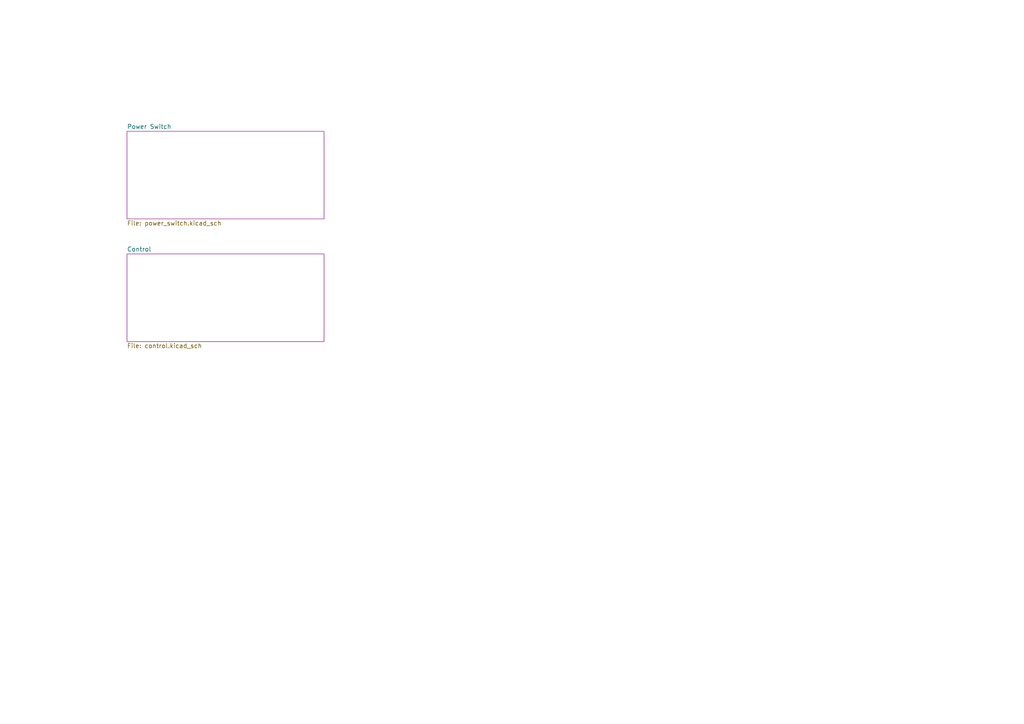
<source format=kicad_sch>
(kicad_sch (version 20201015) (generator eeschema)
  (page 1 3)
  (paper "A4")
  (title_block (title "MOSFET Switchboard") (rev "v0.1"))
  (lib_symbols)
  (sheet (at 36.83 73.66) (size 57.15 25.4) (stroke (width 0.001) (color 132 0 132 1)) (fill (color 255 255 255 0.0000))
    (property "Sheet name" "Control" (at 36.83 73.0241 0) (effects (justify left bottom)))
    (property "Sheet file" "control.kicad_sch" (at 36.83 99.5689 0) (effects (justify left top)))
  )
  (sheet (at 36.83 38.1) (size 57.15 25.4) (stroke (width 0.001) (color 132 0 132 1)) (fill (color 255 255 255 0.0000))
    (property "Sheet name" "Power Switch" (at 36.83 37.4641 0) (effects (justify left bottom)))
    (property "Sheet file" "power_switch.kicad_sch" (at 36.83 64.0089 0) (effects (justify left top)))
  )
)
</source>
